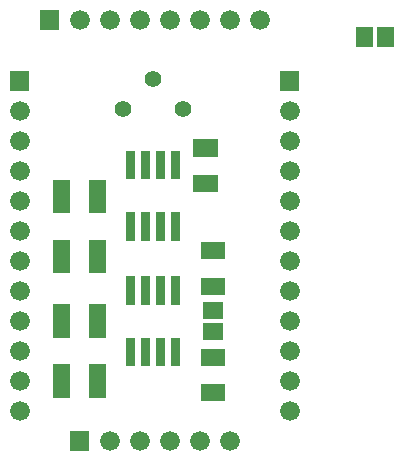
<source format=gbr>
G04 start of page 5 for group -4063 idx -4063 *
G04 Title: (unknown), componentmask *
G04 Creator: pcb 20110918 *
G04 CreationDate: Mon Jul 21 20:20:48 2014 UTC *
G04 For: fosse *
G04 Format: Gerber/RS-274X *
G04 PCB-Dimensions: 200000 300000 *
G04 PCB-Coordinate-Origin: lower left *
%MOIN*%
%FSLAX25Y25*%
%LNTOPMASK*%
%ADD33R,0.0300X0.0300*%
%ADD32R,0.0572X0.0572*%
%ADD31C,0.0560*%
%ADD30C,0.0660*%
%ADD29C,0.0001*%
G54D29*G36*
X137200Y181050D02*Y174450D01*
X143800D01*
Y181050D01*
X137200D01*
G37*
G54D30*X140500Y167750D03*
Y157750D03*
Y147750D03*
Y137750D03*
Y127750D03*
Y117750D03*
Y107750D03*
Y97750D03*
Y87750D03*
Y77750D03*
Y67750D03*
G54D29*G36*
X47200Y181050D02*Y174450D01*
X53800D01*
Y181050D01*
X47200D01*
G37*
G54D30*X50500Y167750D03*
Y157750D03*
G54D29*G36*
X57200Y201300D02*Y194700D01*
X63800D01*
Y201300D01*
X57200D01*
G37*
G54D30*X70500Y198000D03*
X50500Y147750D03*
Y137750D03*
Y127750D03*
Y117750D03*
Y107750D03*
Y97750D03*
Y87750D03*
Y77750D03*
Y67750D03*
G54D29*G36*
X67200Y61050D02*Y54450D01*
X73800D01*
Y61050D01*
X67200D01*
G37*
G54D30*X80500Y57750D03*
X90500D03*
X100500D03*
X110500D03*
X120500D03*
G54D31*X105000Y168500D03*
X85000D03*
X95000Y178500D03*
G54D30*X80500Y198000D03*
X90500D03*
X100500D03*
X110500D03*
X120500D03*
X130500D03*
G54D32*X165414Y192893D02*Y192107D01*
X172500Y192893D02*Y192107D01*
G54D33*X102500Y153000D02*Y146500D01*
G54D32*X111319Y155414D02*X113681D01*
X111319Y143604D02*X113681D01*
G54D33*X97500Y153000D02*Y146500D01*
X102500Y111250D02*Y104750D01*
X97500Y111250D02*Y104750D01*
Y90750D02*Y84250D01*
X102500Y90750D02*Y84250D01*
X92500Y153000D02*Y146500D01*
Y111250D02*Y104750D01*
Y90750D02*Y84250D01*
X87500Y153000D02*Y146500D01*
Y111250D02*Y104750D01*
Y90750D02*Y84250D01*
Y132500D02*Y126000D01*
X92500Y132500D02*Y126000D01*
X97500Y132500D02*Y126000D01*
X102500Y132500D02*Y126000D01*
G54D32*X64595Y122005D02*Y116495D01*
X76405Y122005D02*Y116495D01*
X64595Y142005D02*Y136495D01*
X76405Y142005D02*Y136495D01*
X64595Y100505D02*Y94995D01*
X76405Y100505D02*Y94995D01*
X113819Y121155D02*X116181D01*
X113819Y109345D02*X116181D01*
X114607Y101293D02*X115393D01*
X114607Y94207D02*X115393D01*
X113819Y85655D02*X116181D01*
X113819Y73845D02*X116181D01*
X64595Y80505D02*Y74995D01*
X76405Y80505D02*Y74995D01*
M02*

</source>
